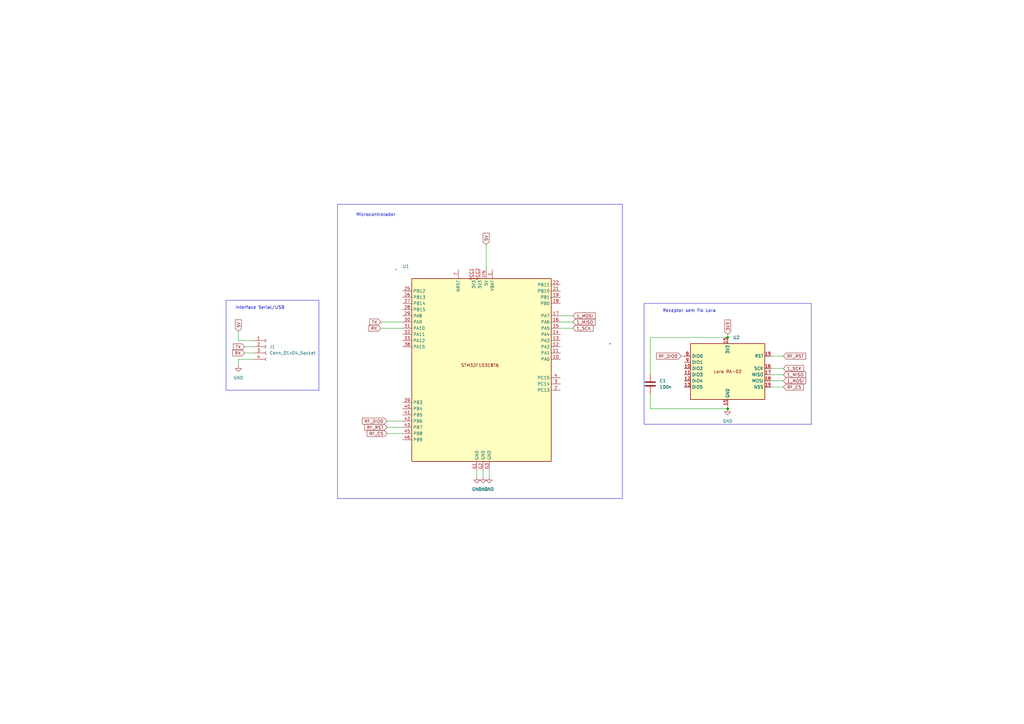
<source format=kicad_sch>
(kicad_sch (version 20230121) (generator eeschema)
  (paper "A3")
  (title_block (title "Receptor da telemetria") (date "2023-10-13") (rev "1") (company "IFSC") (comment 1 "Author: Marcelo Miguel Cardoso"))
  (lib_symbols
    (symbol "Connector:Conn_01x04_Socket" (pin_names (offset 1.016) hide)
      (property "Reference" "J" (at 0 5.08 0))
      (property "Value" "Conn_01x04_Socket" (at 0 -7.62 0))
      (symbol "Conn_01x04_Socket_1_1"
        (arc (start 0 -4.572) (mid -0.5058 -5.08) (end 0 -5.588) (stroke (width 0.1524)))
        (arc (start 0 -2.032) (mid -0.5058 -2.54) (end 0 -3.048) (stroke (width 0.1524)))
        (polyline (pts (xy -1.27 -5.08) (xy -0.508 -5.08)) (stroke (width 0.1524)))
        (polyline (pts (xy -1.27 -2.54) (xy -0.508 -2.54)) (stroke (width 0.1524)))
        (polyline (pts (xy -1.27 0) (xy -0.508 0)) (stroke (width 0.1524)))
        (polyline (pts (xy -1.27 2.54) (xy -0.508 2.54)) (stroke (width 0.1524)))
        (arc (start 0 0.508) (mid -0.5058 0) (end 0 -0.508) (stroke (width 0.1524)))
        (arc (start 0 3.048) (mid -0.5058 2.54) (end 0 2.032) (stroke (width 0.1524)))
        (pin passive line (at -5.08 2.54 0) (length 3.81) (name "Pin_1") (number "1"))
        (pin passive line (at -5.08 0 0) (length 3.81) (name "Pin_2") (number "2"))
        (pin passive line (at -5.08 -2.54 0) (length 3.81) (name "Pin_3") (number "3"))
        (pin passive line (at -5.08 -5.08 0) (length 3.81) (name "Pin_4") (number "4"))
      )
    )
    (symbol "Device:C" (pin_numbers hide) (pin_names (offset 0.254))
      (property "Reference" "C" (at 0.635 2.54 0))
      (property "Value" "C" (at 0.635 -2.54 0))
      (symbol "C_0_1"
        (polyline (pts (xy -2.032 -0.762) (xy 2.032 -0.762)) (stroke (width 0.508)))
        (polyline (pts (xy -2.032 0.762) (xy 2.032 0.762)) (stroke (width 0.508)))
      )
      (symbol "C_1_1"
        (pin passive line (at 0 3.81 270) (length 2.794) (name "~") (number "1"))
        (pin passive line (at 0 -3.81 90) (length 2.794) (name "~") (number "2"))
      )
    )
    (symbol "pi2_library:RF_Lora_SX1278"
      (property "Reference" "U" (at 0 0 0))
      (symbol "RF_Lora_SX1278_0_1"
        (rectangle (start 33.02 0) (end 63.5 -22.86) (stroke (width 0.254)) (fill (type background)))
      )
      (symbol "RF_Lora_SX1278_1_1"
        (text "Lora RA-02" (at 48.26 -11.43 0) (effects (font (size 1.27 1.27))))
        (pin bidirectional line (at 30.48 -10.16 0) (length 2.54) (name "DIO2") (number "10"))
        (pin bidirectional line (at 30.48 -12.7 0) (length 2.54) (name "DIO3") (number "11"))
        (pin bidirectional line (at 30.48 -15.24 0) (length 2.54) (name "DIO4") (number "12"))
        (pin bidirectional line (at 30.48 -17.78 0) (length 2.54) (name "DIO5") (number "13"))
        (pin power_in line (at 48.26 2.54 270) (length 2.54) (name "3V3") (number "15"))
        (pin power_in line (at 48.26 -25.4 90) (length 2.54) (name "GND") (number "15"))
        (pin input line (at 66.04 -10.16 180) (length 2.54) (name "SCK") (number "16"))
        (pin output line (at 66.04 -12.7 180) (length 2.54) (name "MISO") (number "17"))
        (pin input line (at 66.04 -15.24 180) (length 2.54) (name "MOSI") (number "18"))
        (pin input line (at 66.04 -17.78 180) (length 2.54) (name "NSS") (number "19"))
        (pin input line (at 66.04 -5.08 180) (length 2.54) (name "RST") (number "19"))
        (pin passive line (at 48.26 -25.4 90) (length 2.54) hide (name "GND") (number "21"))
        (pin passive line (at 48.26 2.54 270) (length 2.54) hide (name "GND") (number "21"))
        (pin passive line (at 48.26 -25.4 90) (length 2.54) hide (name "GND") (number "22"))
        (pin passive line (at 48.26 2.54 270) (length 2.54) hide (name "GND") (number "22"))
        (pin passive line (at 48.26 -25.4 90) (length 2.54) hide (name "GND") (number "23"))
        (pin passive line (at 48.26 2.54 270) (length 2.54) hide (name "GND") (number "23"))
        (pin passive line (at 48.26 -25.4 90) (length 2.54) hide (name "GND") (number "26"))
        (pin passive line (at 48.26 2.54 270) (length 2.54) hide (name "GND") (number "26"))
        (pin passive line (at 48.26 -25.4 90) (length 2.54) hide (name "GND") (number "29"))
        (pin passive line (at 48.26 2.54 270) (length 2.54) hide (name "GND") (number "29"))
        (pin bidirectional line (at 30.48 -5.08 0) (length 2.54) (name "DIO0") (number "8"))
        (pin bidirectional line (at 30.48 -7.62 0) (length 2.54) (name "DIO1") (number "9"))
      )
    )
    (symbol "pi2_library:STM32_module"
      (property "Reference" "U" (at 0 0 0))
      (symbol "STM32_module_0_1"
        (rectangle (start 6.35 -3.81) (end 63.5 -78.74) (stroke (width 0.254)) (fill (type background)))
      )
      (symbol "STM32_module_1_1"
        (text "STM32F103C8T6" (at 34.29 -39.37 0) (effects (font (size 1.27 1.27))))
        (pin power_in line (at 39.37 0 270) (length 3.81) (name "VBAT") (number "1"))
        (pin bidirectional line (at 67.31 -36.83 180) (length 3.81) (name "PA0") (number "10"))
        (pin bidirectional line (at 67.31 -34.29 180) (length 3.81) (name "PA1") (number "11"))
        (pin bidirectional line (at 67.31 -31.75 180) (length 3.81) (name "PA2") (number "12"))
        (pin bidirectional line (at 67.31 -29.21 180) (length 3.81) (name "PA3") (number "13"))
        (pin bidirectional line (at 67.31 -26.67 180) (length 3.81) (name "PA4") (number "14"))
        (pin bidirectional line (at 67.31 -24.13 180) (length 3.81) (name "PA5") (number "15"))
        (pin bidirectional line (at 67.31 -21.59 180) (length 3.81) (name "PA6") (number "16"))
        (pin bidirectional line (at 67.31 -19.05 180) (length 3.81) (name "PA7") (number "17"))
        (pin bidirectional line (at 67.31 -13.97 180) (length 3.81) (name "PB0") (number "18"))
        (pin bidirectional line (at 67.31 -11.43 180) (length 3.81) (name "PB1") (number "19"))
        (pin bidirectional line (at 67.31 -49.53 180) (length 3.81) (name "PC13") (number "2"))
        (pin bidirectional line (at 67.31 -8.89 180) (length 3.81) (name "PB10") (number "21"))
        (pin bidirectional line (at 67.31 -6.35 180) (length 3.81) (name "PB11") (number "22"))
        (pin bidirectional line (at 2.54 -8.89 0) (length 3.81) (name "PB12") (number "25"))
        (pin bidirectional line (at 2.54 -11.43 0) (length 3.81) (name "PB13") (number "26"))
        (pin bidirectional line (at 2.54 -13.97 0) (length 3.81) (name "PB14") (number "27"))
        (pin bidirectional line (at 2.54 -16.51 0) (length 3.81) (name "PB15") (number "28"))
        (pin bidirectional line (at 2.54 -19.05 0) (length 3.81) (name "PA8") (number "29"))
        (pin bidirectional line (at 67.31 -46.99 180) (length 3.81) (name "PC14") (number "3"))
        (pin bidirectional line (at 2.54 -21.59 0) (length 3.81) (name "PA9") (number "30"))
        (pin bidirectional line (at 2.54 -24.13 0) (length 3.81) (name "PA10") (number "31"))
        (pin bidirectional line (at 2.54 -26.67 0) (length 3.81) (name "PA11") (number "32"))
        (pin bidirectional line (at 2.54 -29.21 0) (length 3.81) (name "PA12") (number "33"))
        (pin bidirectional line (at 2.54 -31.75 0) (length 3.81) (name "PA15") (number "38"))
        (pin bidirectional line (at 2.54 -54.61 0) (length 3.81) (name "PB3") (number "39"))
        (pin bidirectional line (at 67.31 -44.45 180) (length 3.81) (name "PC15") (number "4"))
        (pin bidirectional line (at 2.54 -57.15 0) (length 3.81) (name "PB4") (number "40"))
        (pin bidirectional line (at 2.54 -59.69 0) (length 3.81) (name "PB5") (number "41"))
        (pin bidirectional line (at 2.54 -62.23 0) (length 3.81) (name "PB6") (number "42"))
        (pin bidirectional line (at 2.54 -64.77 0) (length 3.81) (name "PB7") (number "43"))
        (pin bidirectional line (at 2.54 -67.31 0) (length 3.81) (name "PB8") (number "45"))
        (pin bidirectional line (at 2.54 -69.85 0) (length 3.81) (name "PB9") (number "46"))
        (pin input line (at 25.4 0 270) (length 3.81) (name "NRST") (number "7"))
        (pin power_in line (at 33.02 -82.55 90) (length 3.81) (name "GND") (number "G1"))
        (pin power_in line (at 35.56 -82.55 90) (length 3.81) (name "GND") (number "G2"))
        (pin power_in line (at 38.1 -82.55 90) (length 3.81) (name "GND") (number "G3"))
        (pin power_in line (at 31.75 0 270) (length 3.81) (name "3V3") (number "VCC1"))
        (pin power_in line (at 34.29 0 270) (length 3.81) (name "3V3") (number "VCC2"))
        (pin power_in line (at 36.83 0 270) (length 3.81) (name "5V") (number "VIN"))
      )
    )
    (symbol "power:GND" (power) (pin_names (offset 0))
      (property "Value" "GND" (at 0 -3.81 0))
      (symbol "GND_0_1"
        (polyline (pts (xy 0 0) (xy 0 -1.27) (xy 1.27 -1.27) (xy 0 -2.54) (xy -1.27 -1.27) (xy 0 -1.27)))
      )
      (symbol "GND_1_1"
        (pin power_in line (at 0 0 270) (length 0) hide (name "GND") (number "1"))
      )
    )
  )
  (junction (at 298.45 138.43))
  (junction (at 298.45 167.64))
  (wire (pts (xy 97.79 135.89) (xy 97.79 139.7)))
  (polyline (pts (xy 92.71 123.19) (xy 92.71 160.02)))
  (polyline (pts (xy 92.71 123.19) (xy 130.81 123.19)))
  (wire (pts (xy 279.4 146.05) (xy 280.67 146.05)))
  (polyline (pts (xy 255.27 204.47) (xy 254 204.47)))
  (wire (pts (xy 97.79 147.32) (xy 97.79 149.86)))
  (wire (pts (xy 266.7 167.64) (xy 298.45 167.64)))
  (wire (pts (xy 100.33 144.78) (xy 104.14 144.78)))
  (wire (pts (xy 199.39 100.33) (xy 199.39 110.49)))
  (wire (pts (xy 158.75 177.8) (xy 165.1 177.8)))
  (wire (pts (xy 100.33 142.24) (xy 104.14 142.24)))
  (wire (pts (xy 316.23 151.13) (xy 321.31 151.13)))
  (wire (pts (xy 229.87 129.54) (xy 234.95 129.54)))
  (wire (pts (xy 158.75 175.26) (xy 165.1 175.26)))
  (wire (pts (xy 316.23 158.75) (xy 321.31 158.75)))
  (wire (pts (xy 200.66 193.04) (xy 200.66 195.58)))
  (wire (pts (xy 195.58 193.04) (xy 195.58 195.58)))
  (wire (pts (xy 156.21 132.08) (xy 165.1 132.08)))
  (wire (pts (xy 104.14 139.7) (xy 97.79 139.7)))
  (polyline (pts (xy 254 83.82) (xy 255.27 83.82)))
  (wire (pts (xy 229.87 132.08) (xy 234.95 132.08)))
  (wire (pts (xy 316.23 146.05) (xy 321.31 146.05)))
  (wire (pts (xy 316.23 156.21) (xy 321.31 156.21)))
  (polyline (pts (xy 264.16 173.99) (xy 332.74 173.99)))
  (wire (pts (xy 266.7 138.43) (xy 298.45 138.43)))
  (wire (pts (xy 266.7 153.67) (xy 266.7 138.43)))
  (polyline (pts (xy 138.43 83.82) (xy 254 83.82)))
  (wire (pts (xy 104.14 147.32) (xy 97.79 147.32)))
  (polyline (pts (xy 264.16 173.99) (xy 264.16 124.46)))
  (polyline (pts (xy 130.81 160.02) (xy 92.71 160.02)))
  (wire (pts (xy 198.12 193.04) (xy 198.12 195.58)))
  (polyline (pts (xy 255.27 83.82) (xy 255.27 204.47)))
  (polyline (pts (xy 138.43 204.47) (xy 254 204.47)))
  (wire (pts (xy 316.23 153.67) (xy 321.31 153.67)))
  (polyline (pts (xy 130.81 123.19) (xy 130.81 160.02)))
  (wire (pts (xy 298.45 137.16) (xy 298.45 138.43)))
  (wire (pts (xy 229.87 134.62) (xy 234.95 134.62)))
  (wire (pts (xy 158.75 172.72) (xy 165.1 172.72)))
  (polyline (pts (xy 332.74 124.46) (xy 332.74 173.99)))
  (polyline (pts (xy 138.43 204.47) (xy 138.43 83.82)))
  (wire (pts (xy 156.21 134.62) (xy 165.1 134.62)))
  (wire (pts (xy 298.45 166.37) (xy 298.45 167.64)))
  (polyline (pts (xy 264.16 124.46) (xy 332.74 124.46)))
  (wire (pts (xy 266.7 161.29) (xy 266.7 167.64)))
  (text "Interface Serial/USB" (at 96.52 127 0) (effects (font (size 1.27 1.27)) (justify left bottom)))
  (text "Receptor sem fio Lora" (at 271.78 128.27 0) (effects (font (size 1.27 1.27)) (justify left bottom)))
  (text "Microcontrolador\n" (at 146.05 88.9 0) (effects (font (size 1.27 1.27)) (justify left bottom)))
  (global_label "RF_CS" (shape input) (at 158.75 177.8 180) (property "Intersheetrefs" "${INTERSHEET_REFS}" (effects hide)))
  (global_label "1_SCK" (shape input) (at 234.95 134.62 0) (property "Intersheetrefs" "${INTERSHEET_REFS}" (effects hide)))
  (global_label "RF_DIO0" (shape input) (at 279.4 146.05 180) (property "Intersheetrefs" "${INTERSHEET_REFS}" (effects hide)))
  (global_label "3V3" (shape input) (at 298.45 137.16 90) (property "Intersheetrefs" "${INTERSHEET_REFS}" (effects hide)))
  (global_label "1_MISO" (shape input) (at 321.31 153.67 0) (property "Intersheetrefs" "${INTERSHEET_REFS}" (effects hide)))
  (global_label "TX" (shape input) (at 100.33 142.24 180) (property "Intersheetrefs" "${INTERSHEET_REFS}" (effects hide)))
  (global_label "RX" (shape input) (at 156.21 134.62 180) (property "Intersheetrefs" "${INTERSHEET_REFS}" (effects hide)))
  (global_label "TX" (shape input) (at 156.21 132.08 180) (property "Intersheetrefs" "${INTERSHEET_REFS}" (effects hide)))
  (global_label "RF_CS" (shape input) (at 321.31 158.75 0) (property "Intersheetrefs" "${INTERSHEET_REFS}" (effects hide)))
  (global_label "1_SCK" (shape input) (at 321.31 151.13 0) (property "Intersheetrefs" "${INTERSHEET_REFS}" (effects hide)))
  (global_label "RF_DIO0" (shape input) (at 158.75 172.72 180) (property "Intersheetrefs" "${INTERSHEET_REFS}" (effects hide)))
  (global_label "1_MOSI" (shape input) (at 321.31 156.21 0) (property "Intersheetrefs" "${INTERSHEET_REFS}" (effects hide)))
  (global_label "1_MOSI" (shape input) (at 234.95 129.54 0) (property "Intersheetrefs" "${INTERSHEET_REFS}" (effects hide)))
  (global_label "RX" (shape input) (at 100.33 144.78 180) (property "Intersheetrefs" "${INTERSHEET_REFS}" (effects hide)))
  (global_label "5V" (shape input) (at 97.79 135.89 90) (property "Intersheetrefs" "${INTERSHEET_REFS}" (effects hide)))
  (global_label "1_MISO" (shape input) (at 234.95 132.08 0) (property "Intersheetrefs" "${INTERSHEET_REFS}" (effects hide)))
  (global_label "RF_RST" (shape input) (at 321.31 146.05 0) (property "Intersheetrefs" "${INTERSHEET_REFS}" (effects hide)))
  (global_label "5V" (shape input) (at 199.39 100.33 90) (property "Intersheetrefs" "${INTERSHEET_REFS}" (effects hide)))
  (global_label "RF_RST" (shape input) (at 158.75 175.26 180) (property "Intersheetrefs" "${INTERSHEET_REFS}" (effects hide)))
  (symbol (lib_id "power:GND") (at 198.12 195.58 0) (unit 1)
    (property "Reference" "#PWR03" (effects hide))
    (property "Value" "GND" (at 198.12 200.66 0))
  )
  (symbol (lib_id "pi2_library:RF_Lora_SX1278") (at 250.19 140.97 0) (unit 1)
    (property "Reference" "U2" (at 300.6441 138.43 0) (effects (justify left)))
    (property "Value" "~" (at 250.19 140.97 0))
  )
  (symbol (lib_id "power:GND") (at 200.66 195.58 0) (unit 1)
    (property "Reference" "#PWR04" (effects hide))
    (property "Value" "GND" (at 200.66 200.66 0))
  )
  (symbol (lib_id "power:GND") (at 298.45 167.64 0) (unit 1)
    (property "Reference" "#PWR05" (effects hide))
    (property "Value" "GND" (at 298.45 172.72 0))
  )
  (symbol (lib_id "power:GND") (at 195.58 195.58 0) (unit 1)
    (property "Reference" "#PWR02" (effects hide))
    (property "Value" "GND" (at 195.58 200.66 0))
  )
  (symbol (lib_id "power:GND") (at 97.79 149.86 0) (unit 1)
    (property "Reference" "#PWR01" (effects hide))
    (property "Value" "GND" (at 97.79 154.94 0))
  )
  (symbol (lib_id "pi2_library:STM32_module") (at 162.56 110.49 0) (unit 1)
    (property "Reference" "U1" (at 165.1 109.22 0) (effects (justify left)))
    (property "Value" "~" (at 162.56 110.49 0))
  )
  (symbol (lib_id "Device:C") (at 266.7 157.48 0) (unit 1)
    (property "Reference" "C1" (at 270.51 156.21 0) (effects (justify left)))
    (property "Value" "100n" (at 270.51 158.75 0) (effects (justify left)))
  )
  (symbol (lib_id "Connector:Conn_01x04_Socket") (at 109.22 142.24 0) (unit 1)
    (property "Reference" "J1" (at 110.49 142.24 0) (effects (justify left)))
    (property "Value" "Conn_01x04_Socket" (at 110.49 144.78 0) (effects (justify left)))
  )
)
</source>
